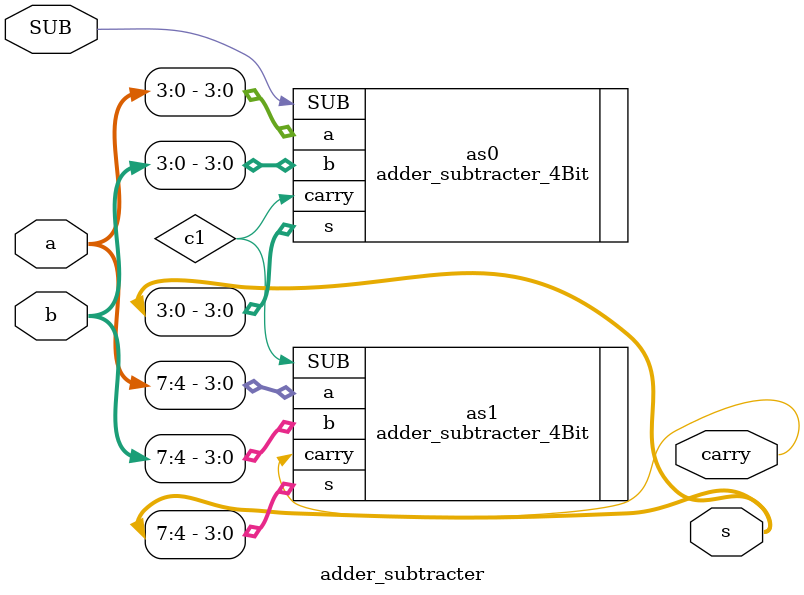
<source format=v>
`timescale 1ns / 1ps
`include "../4bit adder-subtracter/adderSubtracter4Bit.v"

module adder_subtracter (
    input wire [7:0] a,
    input wire [7:0] b,
    input wire SUB,
    output wire [7:0] s,
    output wire carry
);

    wire c1;

    adder_subtracter_4Bit as0 (.a(a[3:0]), .b(b[3:0]), .SUB(SUB), .s(s[3:0]), .carry(c1));
    adder_subtracter_4Bit as1 (.a(a[7:4]), .b(b[7:4]), .SUB(c1), .s(s[7:4]), .carry(carry));
    

endmodule
</source>
